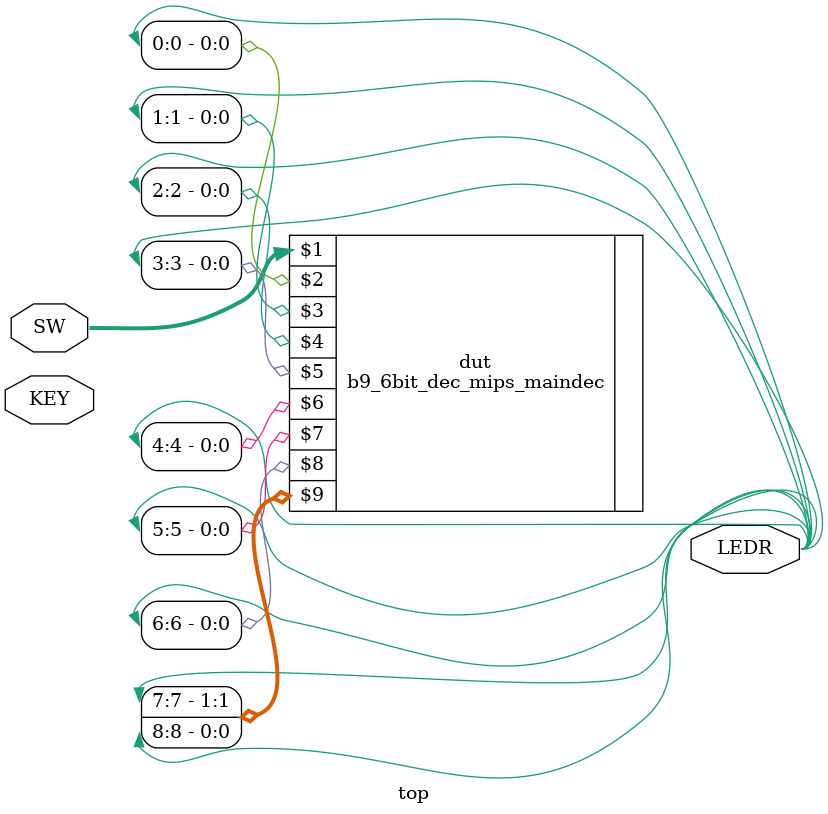
<source format=v>
module top (SW, KEY, LEDR);

    input wire [9:0] SW;        // DE-series switches
    input wire [3:0] KEY;       // DE-series pushbuttons

    output wire [9:0] LEDR;     // DE-series LEDs   

    b9_6bit_dec_mips_maindec dut (SW,LEDR[0],LEDR[1],LEDR[2],
										LEDR[3],LEDR[4],LEDR[5],LEDR[6],{LEDR[7],LEDR[8]});
 
endmodule


</source>
